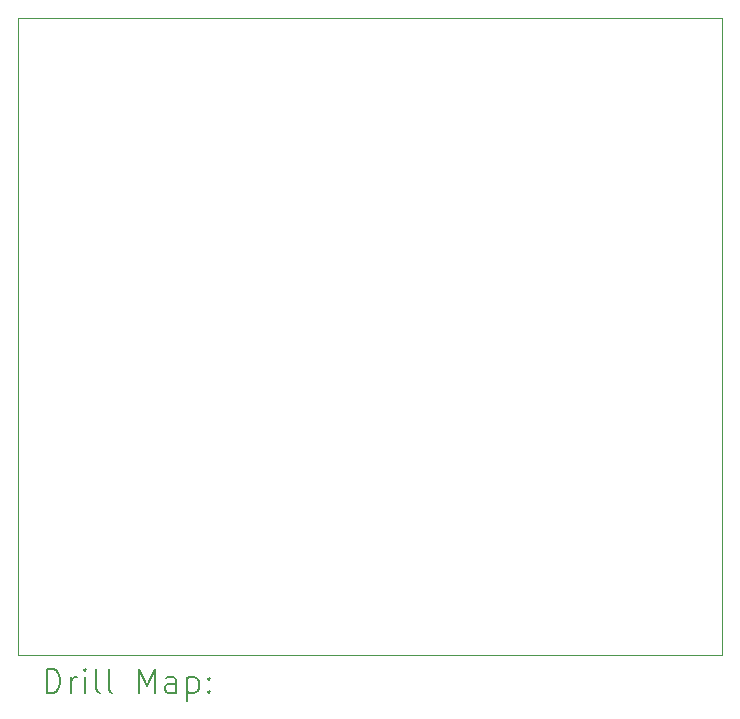
<source format=gbr>
%TF.GenerationSoftware,KiCad,Pcbnew,7.0.1*%
%TF.CreationDate,2023-11-01T02:10:30-07:00*%
%TF.ProjectId,KENESP32LTC370TEST,4b454e45-5350-4333-924c-544333373054,rev?*%
%TF.SameCoordinates,Original*%
%TF.FileFunction,Drillmap*%
%TF.FilePolarity,Positive*%
%FSLAX45Y45*%
G04 Gerber Fmt 4.5, Leading zero omitted, Abs format (unit mm)*
G04 Created by KiCad (PCBNEW 7.0.1) date 2023-11-01 02:10:30*
%MOMM*%
%LPD*%
G01*
G04 APERTURE LIST*
%ADD10C,0.100000*%
%ADD11C,0.200000*%
G04 APERTURE END LIST*
D10*
X8900000Y-15640000D02*
X14860000Y-15640000D01*
X8900000Y-10240000D02*
X8900000Y-15640000D01*
X14860000Y-10240000D02*
X8900000Y-10240000D01*
X14860000Y-15640000D02*
X14860000Y-10240000D01*
D11*
X9142619Y-15957524D02*
X9142619Y-15757524D01*
X9142619Y-15757524D02*
X9190238Y-15757524D01*
X9190238Y-15757524D02*
X9218810Y-15767048D01*
X9218810Y-15767048D02*
X9237857Y-15786095D01*
X9237857Y-15786095D02*
X9247381Y-15805143D01*
X9247381Y-15805143D02*
X9256905Y-15843238D01*
X9256905Y-15843238D02*
X9256905Y-15871809D01*
X9256905Y-15871809D02*
X9247381Y-15909905D01*
X9247381Y-15909905D02*
X9237857Y-15928952D01*
X9237857Y-15928952D02*
X9218810Y-15948000D01*
X9218810Y-15948000D02*
X9190238Y-15957524D01*
X9190238Y-15957524D02*
X9142619Y-15957524D01*
X9342619Y-15957524D02*
X9342619Y-15824190D01*
X9342619Y-15862286D02*
X9352143Y-15843238D01*
X9352143Y-15843238D02*
X9361667Y-15833714D01*
X9361667Y-15833714D02*
X9380714Y-15824190D01*
X9380714Y-15824190D02*
X9399762Y-15824190D01*
X9466429Y-15957524D02*
X9466429Y-15824190D01*
X9466429Y-15757524D02*
X9456905Y-15767048D01*
X9456905Y-15767048D02*
X9466429Y-15776571D01*
X9466429Y-15776571D02*
X9475952Y-15767048D01*
X9475952Y-15767048D02*
X9466429Y-15757524D01*
X9466429Y-15757524D02*
X9466429Y-15776571D01*
X9590238Y-15957524D02*
X9571190Y-15948000D01*
X9571190Y-15948000D02*
X9561667Y-15928952D01*
X9561667Y-15928952D02*
X9561667Y-15757524D01*
X9695000Y-15957524D02*
X9675952Y-15948000D01*
X9675952Y-15948000D02*
X9666429Y-15928952D01*
X9666429Y-15928952D02*
X9666429Y-15757524D01*
X9923571Y-15957524D02*
X9923571Y-15757524D01*
X9923571Y-15757524D02*
X9990238Y-15900381D01*
X9990238Y-15900381D02*
X10056905Y-15757524D01*
X10056905Y-15757524D02*
X10056905Y-15957524D01*
X10237857Y-15957524D02*
X10237857Y-15852762D01*
X10237857Y-15852762D02*
X10228333Y-15833714D01*
X10228333Y-15833714D02*
X10209286Y-15824190D01*
X10209286Y-15824190D02*
X10171190Y-15824190D01*
X10171190Y-15824190D02*
X10152143Y-15833714D01*
X10237857Y-15948000D02*
X10218810Y-15957524D01*
X10218810Y-15957524D02*
X10171190Y-15957524D01*
X10171190Y-15957524D02*
X10152143Y-15948000D01*
X10152143Y-15948000D02*
X10142619Y-15928952D01*
X10142619Y-15928952D02*
X10142619Y-15909905D01*
X10142619Y-15909905D02*
X10152143Y-15890857D01*
X10152143Y-15890857D02*
X10171190Y-15881333D01*
X10171190Y-15881333D02*
X10218810Y-15881333D01*
X10218810Y-15881333D02*
X10237857Y-15871809D01*
X10333095Y-15824190D02*
X10333095Y-16024190D01*
X10333095Y-15833714D02*
X10352143Y-15824190D01*
X10352143Y-15824190D02*
X10390238Y-15824190D01*
X10390238Y-15824190D02*
X10409286Y-15833714D01*
X10409286Y-15833714D02*
X10418810Y-15843238D01*
X10418810Y-15843238D02*
X10428333Y-15862286D01*
X10428333Y-15862286D02*
X10428333Y-15919428D01*
X10428333Y-15919428D02*
X10418810Y-15938476D01*
X10418810Y-15938476D02*
X10409286Y-15948000D01*
X10409286Y-15948000D02*
X10390238Y-15957524D01*
X10390238Y-15957524D02*
X10352143Y-15957524D01*
X10352143Y-15957524D02*
X10333095Y-15948000D01*
X10514048Y-15938476D02*
X10523571Y-15948000D01*
X10523571Y-15948000D02*
X10514048Y-15957524D01*
X10514048Y-15957524D02*
X10504524Y-15948000D01*
X10504524Y-15948000D02*
X10514048Y-15938476D01*
X10514048Y-15938476D02*
X10514048Y-15957524D01*
X10514048Y-15833714D02*
X10523571Y-15843238D01*
X10523571Y-15843238D02*
X10514048Y-15852762D01*
X10514048Y-15852762D02*
X10504524Y-15843238D01*
X10504524Y-15843238D02*
X10514048Y-15833714D01*
X10514048Y-15833714D02*
X10514048Y-15852762D01*
M02*

</source>
